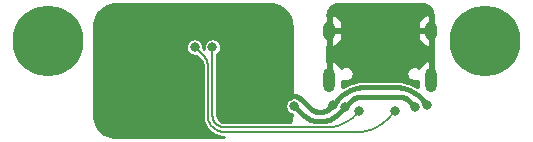
<source format=gbr>
G04 #@! TF.GenerationSoftware,KiCad,Pcbnew,(5.1.4)-1*
G04 #@! TF.CreationDate,2022-02-08T04:13:44-08:00*
G04 #@! TF.ProjectId,bushwacker2,62757368-7761-4636-9b65-72322e6b6963,rev?*
G04 #@! TF.SameCoordinates,Original*
G04 #@! TF.FileFunction,Copper,L2,Bot*
G04 #@! TF.FilePolarity,Positive*
%FSLAX46Y46*%
G04 Gerber Fmt 4.6, Leading zero omitted, Abs format (unit mm)*
G04 Created by KiCad (PCBNEW (5.1.4)-1) date 2022-02-08 04:13:44*
%MOMM*%
%LPD*%
G04 APERTURE LIST*
%ADD10O,1.000000X1.600000*%
%ADD11O,1.000000X2.100000*%
%ADD12C,6.000000*%
%ADD13C,0.800000*%
%ADD14C,0.400000*%
%ADD15C,0.200000*%
%ADD16C,0.254000*%
G04 APERTURE END LIST*
D10*
X95680000Y-102600000D03*
X104320000Y-102600000D03*
D11*
X95680000Y-106780000D03*
X104320000Y-106780000D03*
D12*
X108900000Y-103500000D03*
D13*
X111200000Y-103500000D03*
X110526346Y-105126346D03*
X108900000Y-105800000D03*
X107273654Y-105126346D03*
X106600000Y-103500000D03*
X107273654Y-101873654D03*
X108900000Y-101200000D03*
X110526346Y-101873654D03*
D12*
X71900000Y-103500000D03*
D13*
X74200000Y-103500000D03*
X73526346Y-105126346D03*
X71900000Y-105800000D03*
X70273654Y-105126346D03*
X69600000Y-103500000D03*
X70273654Y-101873654D03*
X71900000Y-101200000D03*
X73526346Y-101873654D03*
X104000000Y-108900000D03*
X96000000Y-108900000D03*
X84700000Y-105400000D03*
X83100000Y-110300000D03*
X97000000Y-109100000D03*
X103000000Y-109100000D03*
X92700000Y-109000000D03*
X84300000Y-104000000D03*
X101250000Y-109450000D03*
X85800000Y-104000000D03*
X98250000Y-109450000D03*
D14*
X94900000Y-109500000D02*
X94959230Y-109498545D01*
X94959230Y-109498545D02*
X95018318Y-109494187D01*
X95018318Y-109494187D02*
X95077120Y-109486934D01*
X95077120Y-109486934D02*
X95135496Y-109476805D01*
X95135496Y-109476805D02*
X95193304Y-109463824D01*
X95193304Y-109463824D02*
X95250405Y-109448022D01*
X95250405Y-109448022D02*
X95306663Y-109429437D01*
X95306663Y-109429437D02*
X95361941Y-109408114D01*
X95361941Y-109408114D02*
X95416106Y-109384104D01*
X95416106Y-109384104D02*
X95469027Y-109357466D01*
X95469027Y-109357466D02*
X95520578Y-109328263D01*
X95520578Y-109328263D02*
X95570634Y-109296565D01*
X95570634Y-109296565D02*
X95619074Y-109262450D01*
X95619074Y-109262450D02*
X95665782Y-109225999D01*
X95665782Y-109225999D02*
X95710645Y-109187300D01*
X95710645Y-109187300D02*
X95753554Y-109146446D01*
X95753554Y-109146446D02*
X96000000Y-108900000D01*
X94046447Y-109146446D02*
X94089358Y-109187299D01*
X94089358Y-109187299D02*
X94134221Y-109225998D01*
X94134221Y-109225998D02*
X94180928Y-109262449D01*
X94180928Y-109262449D02*
X94229368Y-109296565D01*
X94229368Y-109296565D02*
X94279424Y-109328262D01*
X94279424Y-109328262D02*
X94330975Y-109357465D01*
X94330975Y-109357465D02*
X94383896Y-109384104D01*
X94383896Y-109384104D02*
X94438061Y-109408113D01*
X94438061Y-109408113D02*
X94493339Y-109429436D01*
X94493339Y-109429436D02*
X94549596Y-109448021D01*
X94549596Y-109448021D02*
X94606698Y-109463824D01*
X94606698Y-109463824D02*
X94664506Y-109476805D01*
X94664506Y-109476805D02*
X94722881Y-109486934D01*
X94722881Y-109486934D02*
X94781683Y-109494186D01*
X94781683Y-109494186D02*
X94840771Y-109498545D01*
X94840771Y-109498545D02*
X94900000Y-109500000D01*
X92500000Y-108100000D02*
X90900000Y-108100000D01*
X92500000Y-108100000D02*
X92559230Y-108101453D01*
X92559230Y-108101453D02*
X92618318Y-108105812D01*
X92618318Y-108105812D02*
X92677120Y-108113064D01*
X92677120Y-108113064D02*
X92735496Y-108123193D01*
X92735496Y-108123193D02*
X92793304Y-108136175D01*
X92793304Y-108136175D02*
X92850405Y-108151977D01*
X92850405Y-108151977D02*
X92906663Y-108170562D01*
X92906663Y-108170562D02*
X92961941Y-108191885D01*
X92961941Y-108191885D02*
X93016106Y-108215894D01*
X93016106Y-108215894D02*
X93069027Y-108242533D01*
X93069027Y-108242533D02*
X93120578Y-108271736D01*
X93120578Y-108271736D02*
X93170634Y-108303433D01*
X93170634Y-108303433D02*
X93219074Y-108337548D01*
X93219074Y-108337548D02*
X93265782Y-108374000D01*
X93265782Y-108374000D02*
X93310645Y-108412699D01*
X93310645Y-108412699D02*
X93353554Y-108453553D01*
X93353554Y-108453553D02*
X94046447Y-109146446D01*
X96722183Y-108177817D02*
X96000000Y-108900000D01*
X96722183Y-108177817D02*
X96816586Y-108087938D01*
X96816586Y-108087938D02*
X96915284Y-108002800D01*
X96915284Y-108002800D02*
X97018041Y-107922608D01*
X97018041Y-107922608D02*
X97124609Y-107847554D01*
X97124609Y-107847554D02*
X97234732Y-107777820D01*
X97234732Y-107777820D02*
X97348143Y-107713573D01*
X97348143Y-107713573D02*
X97464571Y-107654969D01*
X97464571Y-107654969D02*
X97583733Y-107602147D01*
X97583733Y-107602147D02*
X97705344Y-107555237D01*
X97705344Y-107555237D02*
X97829111Y-107514350D01*
X97829111Y-107514350D02*
X97954734Y-107479585D01*
X97954734Y-107479585D02*
X98081912Y-107451026D01*
X98081912Y-107451026D02*
X98210338Y-107428742D01*
X98210338Y-107428742D02*
X98339703Y-107412787D01*
X98339703Y-107412787D02*
X98469695Y-107403198D01*
X98469695Y-107403198D02*
X98600000Y-107400000D01*
X103277817Y-108177817D02*
X104000000Y-108900000D01*
X103277817Y-108177817D02*
X103183414Y-108087938D01*
X103183414Y-108087938D02*
X103084716Y-108002800D01*
X103084716Y-108002800D02*
X102981959Y-107922608D01*
X102981959Y-107922608D02*
X102875391Y-107847554D01*
X102875391Y-107847554D02*
X102765268Y-107777820D01*
X102765268Y-107777820D02*
X102651857Y-107713573D01*
X102651857Y-107713573D02*
X102535429Y-107654969D01*
X102535429Y-107654969D02*
X102416267Y-107602147D01*
X102416267Y-107602147D02*
X102294656Y-107555237D01*
X102294656Y-107555237D02*
X102170889Y-107514350D01*
X102170889Y-107514350D02*
X102045266Y-107479585D01*
X102045266Y-107479585D02*
X101918088Y-107451026D01*
X101918088Y-107451026D02*
X101789662Y-107428742D01*
X101789662Y-107428742D02*
X101660297Y-107412787D01*
X101660297Y-107412787D02*
X101530305Y-107403198D01*
X101530305Y-107403198D02*
X101400000Y-107400000D01*
X101400000Y-107400000D02*
X98600000Y-107400000D01*
X84700000Y-107450000D02*
X84700000Y-105400000D01*
X84343667Y-108872565D02*
X84410263Y-108740261D01*
X83816117Y-109583883D02*
X83918252Y-109476607D01*
X84609562Y-108183257D02*
X84642015Y-108038736D01*
X84191415Y-109126581D02*
X84270659Y-109001441D01*
X84270659Y-109001441D02*
X84343667Y-108872565D01*
X84014999Y-109364450D02*
X84106127Y-109247681D01*
X84470287Y-108604849D02*
X84523594Y-108466654D01*
X84523594Y-108466654D02*
X84570057Y-108326011D01*
X84642015Y-108038736D02*
X84667338Y-107892798D01*
X84106127Y-109247681D02*
X84191415Y-109126581D01*
X83816117Y-109583883D02*
X83100000Y-110300000D01*
X84570057Y-108326011D02*
X84609562Y-108183257D01*
X83918252Y-109476607D02*
X84014999Y-109364450D01*
X84410263Y-108740261D02*
X84470287Y-108604849D01*
X84696366Y-107598074D02*
X84700000Y-107450000D01*
X84685469Y-107745792D02*
X84696366Y-107598074D01*
X84667338Y-107892798D02*
X84685469Y-107745792D01*
X96436397Y-109663603D02*
X97000000Y-109100000D01*
X96436397Y-109663603D02*
X96359159Y-109737139D01*
X96359159Y-109737139D02*
X96278406Y-109806798D01*
X96278406Y-109806798D02*
X96194332Y-109872410D01*
X96194332Y-109872410D02*
X96107140Y-109933817D01*
X96107140Y-109933817D02*
X96017040Y-109990873D01*
X96017040Y-109990873D02*
X95924248Y-110043438D01*
X95924248Y-110043438D02*
X95828989Y-110091388D01*
X95828989Y-110091388D02*
X95731493Y-110134605D01*
X95731493Y-110134605D02*
X95631993Y-110172986D01*
X95631993Y-110172986D02*
X95530729Y-110206439D01*
X95530729Y-110206439D02*
X95427946Y-110234883D01*
X95427946Y-110234883D02*
X95323891Y-110258249D01*
X95323891Y-110258249D02*
X95218816Y-110276482D01*
X95218816Y-110276482D02*
X95112972Y-110289536D01*
X95112972Y-110289536D02*
X95006614Y-110297382D01*
X95006614Y-110297382D02*
X94900000Y-110300000D01*
X93363604Y-109663603D02*
X92700000Y-109000000D01*
X93363604Y-109663603D02*
X93440843Y-109737139D01*
X93440843Y-109737139D02*
X93521596Y-109806797D01*
X93521596Y-109806797D02*
X93605670Y-109872409D01*
X93605670Y-109872409D02*
X93692862Y-109933817D01*
X93692862Y-109933817D02*
X93782962Y-109990872D01*
X93782962Y-109990872D02*
X93875753Y-110043438D01*
X93875753Y-110043438D02*
X93971012Y-110091387D01*
X93971012Y-110091387D02*
X94068509Y-110134605D01*
X94068509Y-110134605D02*
X94168009Y-110172986D01*
X94168009Y-110172986D02*
X94269272Y-110206439D01*
X94269272Y-110206439D02*
X94372055Y-110234883D01*
X94372055Y-110234883D02*
X94476110Y-110258249D01*
X94476110Y-110258249D02*
X94581186Y-110276482D01*
X94581186Y-110276482D02*
X94687030Y-110289536D01*
X94687030Y-110289536D02*
X94793387Y-110297382D01*
X94793387Y-110297382D02*
X94900000Y-110300000D01*
X98400000Y-108200000D02*
X98340771Y-108201454D01*
X98340771Y-108201454D02*
X98281683Y-108205812D01*
X98281683Y-108205812D02*
X98222881Y-108213065D01*
X98222881Y-108213065D02*
X98164506Y-108223194D01*
X98164506Y-108223194D02*
X98106698Y-108236175D01*
X98106698Y-108236175D02*
X98049596Y-108251977D01*
X98049596Y-108251977D02*
X97993339Y-108270562D01*
X97993339Y-108270562D02*
X97938061Y-108291885D01*
X97938061Y-108291885D02*
X97883896Y-108315895D01*
X97883896Y-108315895D02*
X97830975Y-108342533D01*
X97830975Y-108342533D02*
X97779424Y-108371736D01*
X97779424Y-108371736D02*
X97729368Y-108403434D01*
X97729368Y-108403434D02*
X97680928Y-108437549D01*
X97680928Y-108437549D02*
X97634221Y-108474000D01*
X97634221Y-108474000D02*
X97589358Y-108512699D01*
X97589358Y-108512699D02*
X97546447Y-108553553D01*
X97546447Y-108553553D02*
X97000000Y-109100000D01*
X102453553Y-108553553D02*
X103000000Y-109100000D01*
X102453553Y-108553553D02*
X102410642Y-108512699D01*
X102410642Y-108512699D02*
X102365780Y-108474000D01*
X102365780Y-108474000D02*
X102319072Y-108437549D01*
X102319072Y-108437549D02*
X102270632Y-108403433D01*
X102270632Y-108403433D02*
X102220576Y-108371736D01*
X102220576Y-108371736D02*
X102169025Y-108342533D01*
X102169025Y-108342533D02*
X102116104Y-108315894D01*
X102116104Y-108315894D02*
X102061939Y-108291885D01*
X102061939Y-108291885D02*
X102006661Y-108270562D01*
X102006661Y-108270562D02*
X101950404Y-108251977D01*
X101950404Y-108251977D02*
X101893302Y-108236175D01*
X101893302Y-108236175D02*
X101835494Y-108223193D01*
X101835494Y-108223193D02*
X101777119Y-108213064D01*
X101777119Y-108213064D02*
X101718317Y-108205812D01*
X101718317Y-108205812D02*
X101659229Y-108201453D01*
X101659229Y-108201453D02*
X101600000Y-108200000D01*
X101600000Y-108200000D02*
X98400000Y-108200000D01*
D15*
X86850000Y-111200000D02*
X86707876Y-111193017D01*
X86707876Y-111193017D02*
X86567120Y-111172138D01*
X86567120Y-111172138D02*
X86429088Y-111137563D01*
X86429088Y-111137563D02*
X86295110Y-111089625D01*
X86295110Y-111089625D02*
X86166475Y-111028785D01*
X86166475Y-111028785D02*
X86044424Y-110955630D01*
X86044424Y-110955630D02*
X85930130Y-110870865D01*
X85930130Y-110870865D02*
X85824696Y-110775304D01*
X85824696Y-110775304D02*
X85729135Y-110669870D01*
X85729135Y-110669870D02*
X85644370Y-110555576D01*
X85644370Y-110555576D02*
X85571215Y-110433525D01*
X85571215Y-110433525D02*
X85510375Y-110304890D01*
X85510375Y-110304890D02*
X85462437Y-110170912D01*
X85462437Y-110170912D02*
X85427862Y-110032880D01*
X85427862Y-110032880D02*
X85406983Y-109892124D01*
X85406983Y-109892124D02*
X85400000Y-109750000D01*
X85400000Y-105450000D02*
X85400000Y-109750000D01*
X85400000Y-105450000D02*
X85398983Y-105408539D01*
X85398983Y-105408539D02*
X85395932Y-105367177D01*
X85395932Y-105367177D02*
X85390855Y-105326016D01*
X85390855Y-105326016D02*
X85383765Y-105285153D01*
X85383765Y-105285153D02*
X85374678Y-105244687D01*
X85374678Y-105244687D02*
X85363617Y-105204716D01*
X85363617Y-105204716D02*
X85350607Y-105165336D01*
X85350607Y-105165336D02*
X85335681Y-105126641D01*
X85335681Y-105126641D02*
X85318874Y-105088726D01*
X85318874Y-105088726D02*
X85300227Y-105051681D01*
X85300227Y-105051681D02*
X85279785Y-105015595D01*
X85279785Y-105015595D02*
X85257597Y-104980556D01*
X85257597Y-104980556D02*
X85233716Y-104946648D01*
X85233716Y-104946648D02*
X85208201Y-104913952D01*
X85208201Y-104913952D02*
X85181111Y-104882548D01*
X85181111Y-104882548D02*
X85152513Y-104852512D01*
X85152513Y-104852512D02*
X84300000Y-104000000D01*
X98000000Y-111200000D02*
X86850000Y-111200000D01*
X98000000Y-111200000D02*
X98177690Y-111195637D01*
X98177690Y-111195637D02*
X98354952Y-111182561D01*
X98354952Y-111182561D02*
X98531359Y-111160804D01*
X98531359Y-111160804D02*
X98706485Y-111130416D01*
X98706485Y-111130416D02*
X98879910Y-111091473D01*
X98879910Y-111091473D02*
X99051214Y-111044066D01*
X99051214Y-111044066D02*
X99219987Y-110988311D01*
X99219987Y-110988311D02*
X99385820Y-110924342D01*
X99385820Y-110924342D02*
X99548314Y-110852313D01*
X99548314Y-110852313D02*
X99707079Y-110772398D01*
X99707079Y-110772398D02*
X99861731Y-110684789D01*
X99861731Y-110684789D02*
X100011897Y-110589696D01*
X100011897Y-110589696D02*
X100157217Y-110487350D01*
X100157217Y-110487350D02*
X100297341Y-110377997D01*
X100297341Y-110377997D02*
X100431929Y-110261900D01*
X100431929Y-110261900D02*
X100560660Y-110139339D01*
X100560660Y-110139339D02*
X101250000Y-109450000D01*
X85805057Y-109852917D02*
X85800000Y-109750000D01*
X85820176Y-109954844D02*
X85805057Y-109852917D01*
X86545202Y-110754787D02*
X86448183Y-110720073D01*
X86747083Y-110794943D02*
X86645156Y-110779824D01*
X86645156Y-110779824D02*
X86545202Y-110754787D01*
X85923983Y-110244966D02*
X85879927Y-110151817D01*
X86850000Y-110800000D02*
X86747083Y-110794943D01*
X85800000Y-109750000D02*
X85800000Y-104000000D01*
X86448183Y-110720073D02*
X86355034Y-110676017D01*
X86355034Y-110676017D02*
X86266652Y-110623043D01*
X86266652Y-110623043D02*
X86183888Y-110561660D01*
X86183888Y-110561660D02*
X86107538Y-110492462D01*
X86107538Y-110492462D02*
X86038340Y-110416112D01*
X86038340Y-110416112D02*
X85976957Y-110333348D01*
X85976957Y-110333348D02*
X85923983Y-110244966D01*
X85879927Y-110151817D02*
X85845213Y-110054798D01*
X85845213Y-110054798D02*
X85820176Y-109954844D01*
X97960661Y-109739339D02*
X98250000Y-109450000D01*
X97960661Y-109739339D02*
X97831931Y-109861900D01*
X97831931Y-109861900D02*
X97697343Y-109977997D01*
X97697343Y-109977997D02*
X97557219Y-110087350D01*
X97557219Y-110087350D02*
X97411899Y-110189696D01*
X97411899Y-110189696D02*
X97261732Y-110284789D01*
X97261732Y-110284789D02*
X97107080Y-110372398D01*
X97107080Y-110372398D02*
X96948315Y-110452313D01*
X96948315Y-110452313D02*
X96785820Y-110524342D01*
X96785820Y-110524342D02*
X96619987Y-110588311D01*
X96619987Y-110588311D02*
X96451215Y-110644066D01*
X96451215Y-110644066D02*
X96279910Y-110691473D01*
X96279910Y-110691473D02*
X96106485Y-110730416D01*
X96106485Y-110730416D02*
X95931359Y-110760804D01*
X95931359Y-110760804D02*
X95754952Y-110782561D01*
X95754952Y-110782561D02*
X95577690Y-110795637D01*
X95577690Y-110795637D02*
X95400000Y-110800000D01*
X95400000Y-110800000D02*
X86850000Y-110800000D01*
D16*
G36*
X103745189Y-100394376D02*
G01*
X103908850Y-100444022D01*
X104059672Y-100524638D01*
X104191870Y-100633130D01*
X104300362Y-100765328D01*
X104380978Y-100916150D01*
X104430624Y-101079811D01*
X104448000Y-101256234D01*
X104448000Y-101331325D01*
X104447000Y-101332046D01*
X104447000Y-102473000D01*
X104448000Y-102473000D01*
X104448000Y-102727000D01*
X104447000Y-102727000D01*
X104447000Y-103867954D01*
X104448000Y-103868675D01*
X104448000Y-105261325D01*
X104447000Y-105262046D01*
X104447000Y-106653000D01*
X104448000Y-106653000D01*
X104448000Y-106907000D01*
X104447000Y-106907000D01*
X104447000Y-106927000D01*
X104193000Y-106927000D01*
X104193000Y-106907000D01*
X104173000Y-106907000D01*
X104173000Y-106653000D01*
X104193000Y-106653000D01*
X104193000Y-105262046D01*
X104018126Y-105135881D01*
X103795024Y-105215724D01*
X103607236Y-105337631D01*
X103446839Y-105493831D01*
X103319997Y-105678322D01*
X103295007Y-105736462D01*
X103198838Y-105672205D01*
X103080181Y-105623056D01*
X102954216Y-105598000D01*
X102825784Y-105598000D01*
X102699819Y-105623056D01*
X102581162Y-105672205D01*
X102474374Y-105743558D01*
X102383558Y-105834374D01*
X102312205Y-105941162D01*
X102263056Y-106059819D01*
X102238000Y-106185784D01*
X102238000Y-106314216D01*
X102263056Y-106440181D01*
X102312205Y-106558838D01*
X102383558Y-106665626D01*
X102474374Y-106756442D01*
X102581162Y-106827795D01*
X102699819Y-106876944D01*
X102825784Y-106902000D01*
X102954216Y-106902000D01*
X103080181Y-106876944D01*
X103185000Y-106833527D01*
X103185000Y-107420690D01*
X103179198Y-107416162D01*
X103168270Y-107409242D01*
X103157682Y-107401785D01*
X103146413Y-107395401D01*
X103058126Y-107339494D01*
X103047545Y-107332042D01*
X103036284Y-107325663D01*
X103025344Y-107318735D01*
X103013779Y-107312914D01*
X102922853Y-107261404D01*
X102911916Y-107254479D01*
X102900358Y-107248661D01*
X102889097Y-107242282D01*
X102877259Y-107237034D01*
X102783918Y-107190052D01*
X102772655Y-107183671D01*
X102760812Y-107178421D01*
X102749253Y-107172603D01*
X102737187Y-107167949D01*
X102641634Y-107125592D01*
X102630076Y-107119774D01*
X102618012Y-107115120D01*
X102606172Y-107109872D01*
X102593870Y-107105808D01*
X102496377Y-107068201D01*
X102484540Y-107062954D01*
X102472244Y-107058892D01*
X102460171Y-107054235D01*
X102447699Y-107050784D01*
X102348467Y-107018002D01*
X102336391Y-107013344D01*
X102323915Y-107009891D01*
X102311624Y-107005831D01*
X102298997Y-107002995D01*
X102198281Y-106975123D01*
X102185985Y-106971061D01*
X102173350Y-106968224D01*
X102160881Y-106964773D01*
X102148131Y-106962561D01*
X102046152Y-106939660D01*
X102033684Y-106936210D01*
X102020940Y-106933999D01*
X102008303Y-106931161D01*
X101995448Y-106929575D01*
X101892504Y-106911713D01*
X101879856Y-106908873D01*
X101866990Y-106907286D01*
X101854258Y-106905077D01*
X101841367Y-106904126D01*
X101737627Y-106891331D01*
X101724877Y-106889119D01*
X101711968Y-106888167D01*
X101699118Y-106886582D01*
X101686175Y-106886264D01*
X101581961Y-106878577D01*
X101569107Y-106876992D01*
X101556159Y-106876674D01*
X101543263Y-106875723D01*
X101530332Y-106876040D01*
X101432329Y-106873635D01*
X101425881Y-106873000D01*
X101406452Y-106873000D01*
X101387057Y-106872524D01*
X101380604Y-106873000D01*
X98619395Y-106873000D01*
X98612943Y-106872524D01*
X98593548Y-106873000D01*
X98574119Y-106873000D01*
X98567671Y-106873635D01*
X98469667Y-106876040D01*
X98456736Y-106875723D01*
X98443840Y-106876674D01*
X98430892Y-106876992D01*
X98418038Y-106878577D01*
X98313808Y-106886266D01*
X98300881Y-106886583D01*
X98288049Y-106888166D01*
X98275123Y-106889119D01*
X98262359Y-106891334D01*
X98158638Y-106904126D01*
X98145741Y-106905077D01*
X98133005Y-106907287D01*
X98120144Y-106908873D01*
X98107499Y-106911713D01*
X98004554Y-106929575D01*
X97991696Y-106931161D01*
X97979056Y-106933999D01*
X97966316Y-106936210D01*
X97953851Y-106939659D01*
X97851871Y-106962560D01*
X97839118Y-106964773D01*
X97826645Y-106968225D01*
X97814015Y-106971061D01*
X97801722Y-106975122D01*
X97700999Y-107002997D01*
X97688377Y-107005831D01*
X97676091Y-107009890D01*
X97663609Y-107013344D01*
X97651530Y-107018003D01*
X97552303Y-107050783D01*
X97539829Y-107054235D01*
X97527756Y-107058892D01*
X97515460Y-107062954D01*
X97503623Y-107068201D01*
X97406131Y-107105807D01*
X97393828Y-107109872D01*
X97381988Y-107115120D01*
X97369924Y-107119774D01*
X97358367Y-107125591D01*
X97262813Y-107167949D01*
X97250747Y-107172603D01*
X97239188Y-107178421D01*
X97227345Y-107183671D01*
X97216082Y-107190052D01*
X97122735Y-107237037D01*
X97110904Y-107242282D01*
X97099650Y-107248657D01*
X97088084Y-107254479D01*
X97077141Y-107261409D01*
X96986210Y-107312920D01*
X96974656Y-107318736D01*
X96963729Y-107325655D01*
X96952455Y-107332042D01*
X96941863Y-107339502D01*
X96853597Y-107395395D01*
X96842317Y-107401785D01*
X96831721Y-107409248D01*
X96820802Y-107416162D01*
X96815000Y-107420690D01*
X96815000Y-106833527D01*
X96919819Y-106876944D01*
X97045784Y-106902000D01*
X97174216Y-106902000D01*
X97300181Y-106876944D01*
X97418838Y-106827795D01*
X97525626Y-106756442D01*
X97616442Y-106665626D01*
X97687795Y-106558838D01*
X97736944Y-106440181D01*
X97762000Y-106314216D01*
X97762000Y-106185784D01*
X97736944Y-106059819D01*
X97687795Y-105941162D01*
X97616442Y-105834374D01*
X97525626Y-105743558D01*
X97418838Y-105672205D01*
X97300181Y-105623056D01*
X97174216Y-105598000D01*
X97045784Y-105598000D01*
X96919819Y-105623056D01*
X96801162Y-105672205D01*
X96704993Y-105736462D01*
X96680003Y-105678322D01*
X96553161Y-105493831D01*
X96392764Y-105337631D01*
X96204976Y-105215724D01*
X95981874Y-105135881D01*
X95807000Y-105262046D01*
X95807000Y-106653000D01*
X95827000Y-106653000D01*
X95827000Y-106907000D01*
X95807000Y-106907000D01*
X95807000Y-106927000D01*
X95553000Y-106927000D01*
X95553000Y-106907000D01*
X95552000Y-106907000D01*
X95552000Y-106653000D01*
X95553000Y-106653000D01*
X95553000Y-105262046D01*
X95552000Y-105261325D01*
X95552000Y-103868675D01*
X95553000Y-103867954D01*
X95553000Y-102727000D01*
X95807000Y-102727000D01*
X95807000Y-103867954D01*
X95981874Y-103994119D01*
X96204976Y-103914276D01*
X96392764Y-103792369D01*
X96553161Y-103636169D01*
X96680003Y-103451678D01*
X96768415Y-103245987D01*
X96815000Y-103027000D01*
X96815000Y-102727000D01*
X103185000Y-102727000D01*
X103185000Y-103027000D01*
X103231585Y-103245987D01*
X103319997Y-103451678D01*
X103446839Y-103636169D01*
X103607236Y-103792369D01*
X103795024Y-103914276D01*
X104018126Y-103994119D01*
X104193000Y-103867954D01*
X104193000Y-102727000D01*
X103185000Y-102727000D01*
X96815000Y-102727000D01*
X95807000Y-102727000D01*
X95553000Y-102727000D01*
X95552000Y-102727000D01*
X95552000Y-102473000D01*
X95553000Y-102473000D01*
X95553000Y-101332046D01*
X95807000Y-101332046D01*
X95807000Y-102473000D01*
X96815000Y-102473000D01*
X96815000Y-102173000D01*
X103185000Y-102173000D01*
X103185000Y-102473000D01*
X104193000Y-102473000D01*
X104193000Y-101332046D01*
X104018126Y-101205881D01*
X103795024Y-101285724D01*
X103607236Y-101407631D01*
X103446839Y-101563831D01*
X103319997Y-101748322D01*
X103231585Y-101954013D01*
X103185000Y-102173000D01*
X96815000Y-102173000D01*
X96768415Y-101954013D01*
X96680003Y-101748322D01*
X96553161Y-101563831D01*
X96392764Y-101407631D01*
X96204976Y-101285724D01*
X95981874Y-101205881D01*
X95807000Y-101332046D01*
X95553000Y-101332046D01*
X95552000Y-101331325D01*
X95552000Y-101256234D01*
X95569376Y-101079811D01*
X95619022Y-100916150D01*
X95699638Y-100765328D01*
X95808130Y-100633130D01*
X95940328Y-100524638D01*
X96091150Y-100444022D01*
X96254811Y-100394376D01*
X96431234Y-100377000D01*
X103568766Y-100377000D01*
X103745189Y-100394376D01*
X103745189Y-100394376D01*
G37*
X103745189Y-100394376D02*
X103908850Y-100444022D01*
X104059672Y-100524638D01*
X104191870Y-100633130D01*
X104300362Y-100765328D01*
X104380978Y-100916150D01*
X104430624Y-101079811D01*
X104448000Y-101256234D01*
X104448000Y-101331325D01*
X104447000Y-101332046D01*
X104447000Y-102473000D01*
X104448000Y-102473000D01*
X104448000Y-102727000D01*
X104447000Y-102727000D01*
X104447000Y-103867954D01*
X104448000Y-103868675D01*
X104448000Y-105261325D01*
X104447000Y-105262046D01*
X104447000Y-106653000D01*
X104448000Y-106653000D01*
X104448000Y-106907000D01*
X104447000Y-106907000D01*
X104447000Y-106927000D01*
X104193000Y-106927000D01*
X104193000Y-106907000D01*
X104173000Y-106907000D01*
X104173000Y-106653000D01*
X104193000Y-106653000D01*
X104193000Y-105262046D01*
X104018126Y-105135881D01*
X103795024Y-105215724D01*
X103607236Y-105337631D01*
X103446839Y-105493831D01*
X103319997Y-105678322D01*
X103295007Y-105736462D01*
X103198838Y-105672205D01*
X103080181Y-105623056D01*
X102954216Y-105598000D01*
X102825784Y-105598000D01*
X102699819Y-105623056D01*
X102581162Y-105672205D01*
X102474374Y-105743558D01*
X102383558Y-105834374D01*
X102312205Y-105941162D01*
X102263056Y-106059819D01*
X102238000Y-106185784D01*
X102238000Y-106314216D01*
X102263056Y-106440181D01*
X102312205Y-106558838D01*
X102383558Y-106665626D01*
X102474374Y-106756442D01*
X102581162Y-106827795D01*
X102699819Y-106876944D01*
X102825784Y-106902000D01*
X102954216Y-106902000D01*
X103080181Y-106876944D01*
X103185000Y-106833527D01*
X103185000Y-107420690D01*
X103179198Y-107416162D01*
X103168270Y-107409242D01*
X103157682Y-107401785D01*
X103146413Y-107395401D01*
X103058126Y-107339494D01*
X103047545Y-107332042D01*
X103036284Y-107325663D01*
X103025344Y-107318735D01*
X103013779Y-107312914D01*
X102922853Y-107261404D01*
X102911916Y-107254479D01*
X102900358Y-107248661D01*
X102889097Y-107242282D01*
X102877259Y-107237034D01*
X102783918Y-107190052D01*
X102772655Y-107183671D01*
X102760812Y-107178421D01*
X102749253Y-107172603D01*
X102737187Y-107167949D01*
X102641634Y-107125592D01*
X102630076Y-107119774D01*
X102618012Y-107115120D01*
X102606172Y-107109872D01*
X102593870Y-107105808D01*
X102496377Y-107068201D01*
X102484540Y-107062954D01*
X102472244Y-107058892D01*
X102460171Y-107054235D01*
X102447699Y-107050784D01*
X102348467Y-107018002D01*
X102336391Y-107013344D01*
X102323915Y-107009891D01*
X102311624Y-107005831D01*
X102298997Y-107002995D01*
X102198281Y-106975123D01*
X102185985Y-106971061D01*
X102173350Y-106968224D01*
X102160881Y-106964773D01*
X102148131Y-106962561D01*
X102046152Y-106939660D01*
X102033684Y-106936210D01*
X102020940Y-106933999D01*
X102008303Y-106931161D01*
X101995448Y-106929575D01*
X101892504Y-106911713D01*
X101879856Y-106908873D01*
X101866990Y-106907286D01*
X101854258Y-106905077D01*
X101841367Y-106904126D01*
X101737627Y-106891331D01*
X101724877Y-106889119D01*
X101711968Y-106888167D01*
X101699118Y-106886582D01*
X101686175Y-106886264D01*
X101581961Y-106878577D01*
X101569107Y-106876992D01*
X101556159Y-106876674D01*
X101543263Y-106875723D01*
X101530332Y-106876040D01*
X101432329Y-106873635D01*
X101425881Y-106873000D01*
X101406452Y-106873000D01*
X101387057Y-106872524D01*
X101380604Y-106873000D01*
X98619395Y-106873000D01*
X98612943Y-106872524D01*
X98593548Y-106873000D01*
X98574119Y-106873000D01*
X98567671Y-106873635D01*
X98469667Y-106876040D01*
X98456736Y-106875723D01*
X98443840Y-106876674D01*
X98430892Y-106876992D01*
X98418038Y-106878577D01*
X98313808Y-106886266D01*
X98300881Y-106886583D01*
X98288049Y-106888166D01*
X98275123Y-106889119D01*
X98262359Y-106891334D01*
X98158638Y-106904126D01*
X98145741Y-106905077D01*
X98133005Y-106907287D01*
X98120144Y-106908873D01*
X98107499Y-106911713D01*
X98004554Y-106929575D01*
X97991696Y-106931161D01*
X97979056Y-106933999D01*
X97966316Y-106936210D01*
X97953851Y-106939659D01*
X97851871Y-106962560D01*
X97839118Y-106964773D01*
X97826645Y-106968225D01*
X97814015Y-106971061D01*
X97801722Y-106975122D01*
X97700999Y-107002997D01*
X97688377Y-107005831D01*
X97676091Y-107009890D01*
X97663609Y-107013344D01*
X97651530Y-107018003D01*
X97552303Y-107050783D01*
X97539829Y-107054235D01*
X97527756Y-107058892D01*
X97515460Y-107062954D01*
X97503623Y-107068201D01*
X97406131Y-107105807D01*
X97393828Y-107109872D01*
X97381988Y-107115120D01*
X97369924Y-107119774D01*
X97358367Y-107125591D01*
X97262813Y-107167949D01*
X97250747Y-107172603D01*
X97239188Y-107178421D01*
X97227345Y-107183671D01*
X97216082Y-107190052D01*
X97122735Y-107237037D01*
X97110904Y-107242282D01*
X97099650Y-107248657D01*
X97088084Y-107254479D01*
X97077141Y-107261409D01*
X96986210Y-107312920D01*
X96974656Y-107318736D01*
X96963729Y-107325655D01*
X96952455Y-107332042D01*
X96941863Y-107339502D01*
X96853597Y-107395395D01*
X96842317Y-107401785D01*
X96831721Y-107409248D01*
X96820802Y-107416162D01*
X96815000Y-107420690D01*
X96815000Y-106833527D01*
X96919819Y-106876944D01*
X97045784Y-106902000D01*
X97174216Y-106902000D01*
X97300181Y-106876944D01*
X97418838Y-106827795D01*
X97525626Y-106756442D01*
X97616442Y-106665626D01*
X97687795Y-106558838D01*
X97736944Y-106440181D01*
X97762000Y-106314216D01*
X97762000Y-106185784D01*
X97736944Y-106059819D01*
X97687795Y-105941162D01*
X97616442Y-105834374D01*
X97525626Y-105743558D01*
X97418838Y-105672205D01*
X97300181Y-105623056D01*
X97174216Y-105598000D01*
X97045784Y-105598000D01*
X96919819Y-105623056D01*
X96801162Y-105672205D01*
X96704993Y-105736462D01*
X96680003Y-105678322D01*
X96553161Y-105493831D01*
X96392764Y-105337631D01*
X96204976Y-105215724D01*
X95981874Y-105135881D01*
X95807000Y-105262046D01*
X95807000Y-106653000D01*
X95827000Y-106653000D01*
X95827000Y-106907000D01*
X95807000Y-106907000D01*
X95807000Y-106927000D01*
X95553000Y-106927000D01*
X95553000Y-106907000D01*
X95552000Y-106907000D01*
X95552000Y-106653000D01*
X95553000Y-106653000D01*
X95553000Y-105262046D01*
X95552000Y-105261325D01*
X95552000Y-103868675D01*
X95553000Y-103867954D01*
X95553000Y-102727000D01*
X95807000Y-102727000D01*
X95807000Y-103867954D01*
X95981874Y-103994119D01*
X96204976Y-103914276D01*
X96392764Y-103792369D01*
X96553161Y-103636169D01*
X96680003Y-103451678D01*
X96768415Y-103245987D01*
X96815000Y-103027000D01*
X96815000Y-102727000D01*
X103185000Y-102727000D01*
X103185000Y-103027000D01*
X103231585Y-103245987D01*
X103319997Y-103451678D01*
X103446839Y-103636169D01*
X103607236Y-103792369D01*
X103795024Y-103914276D01*
X104018126Y-103994119D01*
X104193000Y-103867954D01*
X104193000Y-102727000D01*
X103185000Y-102727000D01*
X96815000Y-102727000D01*
X95807000Y-102727000D01*
X95553000Y-102727000D01*
X95552000Y-102727000D01*
X95552000Y-102473000D01*
X95553000Y-102473000D01*
X95553000Y-101332046D01*
X95807000Y-101332046D01*
X95807000Y-102473000D01*
X96815000Y-102473000D01*
X96815000Y-102173000D01*
X103185000Y-102173000D01*
X103185000Y-102473000D01*
X104193000Y-102473000D01*
X104193000Y-101332046D01*
X104018126Y-101205881D01*
X103795024Y-101285724D01*
X103607236Y-101407631D01*
X103446839Y-101563831D01*
X103319997Y-101748322D01*
X103231585Y-101954013D01*
X103185000Y-102173000D01*
X96815000Y-102173000D01*
X96768415Y-101954013D01*
X96680003Y-101748322D01*
X96553161Y-101563831D01*
X96392764Y-101407631D01*
X96204976Y-101285724D01*
X95981874Y-101205881D01*
X95807000Y-101332046D01*
X95553000Y-101332046D01*
X95552000Y-101331325D01*
X95552000Y-101256234D01*
X95569376Y-101079811D01*
X95619022Y-100916150D01*
X95699638Y-100765328D01*
X95808130Y-100633130D01*
X95940328Y-100524638D01*
X96091150Y-100444022D01*
X96254811Y-100394376D01*
X96431234Y-100377000D01*
X103568766Y-100377000D01*
X103745189Y-100394376D01*
G36*
X90916504Y-100396385D02*
G01*
X91177593Y-100453181D01*
X91427940Y-100546556D01*
X91662445Y-100674605D01*
X91876338Y-100834724D01*
X92065276Y-101023662D01*
X92225395Y-101237555D01*
X92353444Y-101472060D01*
X92446819Y-101722407D01*
X92503615Y-101983496D01*
X92523000Y-102254530D01*
X92523000Y-108293965D01*
X92487942Y-108300938D01*
X92355636Y-108355741D01*
X92236564Y-108435302D01*
X92135302Y-108536564D01*
X92055741Y-108655636D01*
X92000938Y-108787942D01*
X91973000Y-108928397D01*
X91973000Y-109071603D01*
X92000938Y-109212058D01*
X92055741Y-109344364D01*
X92135302Y-109463436D01*
X92236564Y-109564698D01*
X92355636Y-109644259D01*
X92487942Y-109699062D01*
X92523000Y-109706035D01*
X92523000Y-109745470D01*
X92503615Y-110016504D01*
X92446819Y-110277593D01*
X92411234Y-110373000D01*
X86860469Y-110373000D01*
X86788983Y-110369487D01*
X86728561Y-110360524D01*
X86669306Y-110345682D01*
X86611784Y-110325100D01*
X86556568Y-110298986D01*
X86504165Y-110267577D01*
X86455098Y-110231185D01*
X86409837Y-110190163D01*
X86368812Y-110144899D01*
X86332423Y-110095836D01*
X86301017Y-110043437D01*
X86274898Y-109988214D01*
X86254320Y-109930703D01*
X86239476Y-109871440D01*
X86230512Y-109811008D01*
X86227000Y-109739535D01*
X86227000Y-104589044D01*
X86263436Y-104564698D01*
X86364698Y-104463436D01*
X86444259Y-104344364D01*
X86499062Y-104212058D01*
X86527000Y-104071603D01*
X86527000Y-103928397D01*
X86499062Y-103787942D01*
X86444259Y-103655636D01*
X86364698Y-103536564D01*
X86263436Y-103435302D01*
X86144364Y-103355741D01*
X86012058Y-103300938D01*
X85871603Y-103273000D01*
X85728397Y-103273000D01*
X85587942Y-103300938D01*
X85455636Y-103355741D01*
X85336564Y-103435302D01*
X85235302Y-103536564D01*
X85155741Y-103655636D01*
X85100938Y-103787942D01*
X85073000Y-103928397D01*
X85073000Y-104071603D01*
X85097216Y-104193347D01*
X85018451Y-104114582D01*
X85027000Y-104071603D01*
X85027000Y-103928397D01*
X84999062Y-103787942D01*
X84944259Y-103655636D01*
X84864698Y-103536564D01*
X84763436Y-103435302D01*
X84644364Y-103355741D01*
X84512058Y-103300938D01*
X84371603Y-103273000D01*
X84228397Y-103273000D01*
X84087942Y-103300938D01*
X83955636Y-103355741D01*
X83836564Y-103435302D01*
X83735302Y-103536564D01*
X83655741Y-103655636D01*
X83600938Y-103787942D01*
X83573000Y-103928397D01*
X83573000Y-104071603D01*
X83600938Y-104212058D01*
X83655741Y-104344364D01*
X83735302Y-104463436D01*
X83836564Y-104564698D01*
X83955636Y-104644259D01*
X84087942Y-104699062D01*
X84228397Y-104727000D01*
X84371603Y-104727000D01*
X84414582Y-104718451D01*
X84846884Y-105150752D01*
X84864643Y-105169404D01*
X84878022Y-105184914D01*
X84890646Y-105201091D01*
X84902449Y-105217849D01*
X84913420Y-105235174D01*
X84923536Y-105253031D01*
X84932755Y-105271347D01*
X84941065Y-105290094D01*
X84948447Y-105309230D01*
X84954884Y-105328714D01*
X84960347Y-105348456D01*
X84964845Y-105368489D01*
X84968349Y-105388682D01*
X84970861Y-105409045D01*
X84972368Y-105429481D01*
X84973000Y-105455230D01*
X84973001Y-109739498D01*
X84972485Y-109750001D01*
X84973001Y-109760503D01*
X84973001Y-109770978D01*
X84974028Y-109781406D01*
X84981527Y-109934030D01*
X84990776Y-109996381D01*
X84999313Y-110053932D01*
X85000438Y-110061517D01*
X85008562Y-110116284D01*
X85023877Y-110177427D01*
X85023879Y-110177431D01*
X85038015Y-110233866D01*
X85038015Y-110233868D01*
X85043785Y-110256902D01*
X85053331Y-110295012D01*
X85074454Y-110354047D01*
X85115403Y-110468493D01*
X85142353Y-110525474D01*
X85194181Y-110635055D01*
X85226587Y-110689120D01*
X85288906Y-110793092D01*
X85326102Y-110843245D01*
X85361112Y-110890451D01*
X85361114Y-110890456D01*
X85386387Y-110924532D01*
X85398573Y-110940962D01*
X85398663Y-110941084D01*
X85410473Y-110954114D01*
X85440990Y-110987785D01*
X85440993Y-110987787D01*
X85480064Y-111030895D01*
X85480065Y-111030896D01*
X85509967Y-111063887D01*
X85522400Y-111077605D01*
X85531748Y-111086077D01*
X85612213Y-111159007D01*
X85612215Y-111159010D01*
X85634502Y-111179209D01*
X85658916Y-111201337D01*
X85709544Y-111238886D01*
X85709550Y-111238889D01*
X85756279Y-111273545D01*
X85756280Y-111273546D01*
X85806908Y-111311094D01*
X85964946Y-111405819D01*
X86021927Y-111432769D01*
X86021928Y-111432769D01*
X86074523Y-111457645D01*
X86074526Y-111457647D01*
X86131507Y-111484597D01*
X86304987Y-111546669D01*
X86366131Y-111561985D01*
X86366133Y-111561985D01*
X86422570Y-111576122D01*
X86422573Y-111576123D01*
X86483716Y-111591438D01*
X86510583Y-111595423D01*
X86546067Y-111600687D01*
X86546068Y-111600687D01*
X86603618Y-111609224D01*
X86603619Y-111609224D01*
X86665969Y-111618473D01*
X86758119Y-111623000D01*
X77654530Y-111623000D01*
X77383496Y-111603615D01*
X77122407Y-111546819D01*
X76872060Y-111453444D01*
X76637555Y-111325395D01*
X76423662Y-111165276D01*
X76234724Y-110976338D01*
X76074605Y-110762445D01*
X75946556Y-110527940D01*
X75853181Y-110277593D01*
X75796385Y-110016504D01*
X75777000Y-109745470D01*
X75777000Y-102254530D01*
X75796385Y-101983496D01*
X75853181Y-101722407D01*
X75946556Y-101472060D01*
X76074605Y-101237555D01*
X76234724Y-101023662D01*
X76423662Y-100834724D01*
X76637555Y-100674605D01*
X76872060Y-100546556D01*
X77122407Y-100453181D01*
X77383496Y-100396385D01*
X77654530Y-100377000D01*
X90645470Y-100377000D01*
X90916504Y-100396385D01*
X90916504Y-100396385D01*
G37*
X90916504Y-100396385D02*
X91177593Y-100453181D01*
X91427940Y-100546556D01*
X91662445Y-100674605D01*
X91876338Y-100834724D01*
X92065276Y-101023662D01*
X92225395Y-101237555D01*
X92353444Y-101472060D01*
X92446819Y-101722407D01*
X92503615Y-101983496D01*
X92523000Y-102254530D01*
X92523000Y-108293965D01*
X92487942Y-108300938D01*
X92355636Y-108355741D01*
X92236564Y-108435302D01*
X92135302Y-108536564D01*
X92055741Y-108655636D01*
X92000938Y-108787942D01*
X91973000Y-108928397D01*
X91973000Y-109071603D01*
X92000938Y-109212058D01*
X92055741Y-109344364D01*
X92135302Y-109463436D01*
X92236564Y-109564698D01*
X92355636Y-109644259D01*
X92487942Y-109699062D01*
X92523000Y-109706035D01*
X92523000Y-109745470D01*
X92503615Y-110016504D01*
X92446819Y-110277593D01*
X92411234Y-110373000D01*
X86860469Y-110373000D01*
X86788983Y-110369487D01*
X86728561Y-110360524D01*
X86669306Y-110345682D01*
X86611784Y-110325100D01*
X86556568Y-110298986D01*
X86504165Y-110267577D01*
X86455098Y-110231185D01*
X86409837Y-110190163D01*
X86368812Y-110144899D01*
X86332423Y-110095836D01*
X86301017Y-110043437D01*
X86274898Y-109988214D01*
X86254320Y-109930703D01*
X86239476Y-109871440D01*
X86230512Y-109811008D01*
X86227000Y-109739535D01*
X86227000Y-104589044D01*
X86263436Y-104564698D01*
X86364698Y-104463436D01*
X86444259Y-104344364D01*
X86499062Y-104212058D01*
X86527000Y-104071603D01*
X86527000Y-103928397D01*
X86499062Y-103787942D01*
X86444259Y-103655636D01*
X86364698Y-103536564D01*
X86263436Y-103435302D01*
X86144364Y-103355741D01*
X86012058Y-103300938D01*
X85871603Y-103273000D01*
X85728397Y-103273000D01*
X85587942Y-103300938D01*
X85455636Y-103355741D01*
X85336564Y-103435302D01*
X85235302Y-103536564D01*
X85155741Y-103655636D01*
X85100938Y-103787942D01*
X85073000Y-103928397D01*
X85073000Y-104071603D01*
X85097216Y-104193347D01*
X85018451Y-104114582D01*
X85027000Y-104071603D01*
X85027000Y-103928397D01*
X84999062Y-103787942D01*
X84944259Y-103655636D01*
X84864698Y-103536564D01*
X84763436Y-103435302D01*
X84644364Y-103355741D01*
X84512058Y-103300938D01*
X84371603Y-103273000D01*
X84228397Y-103273000D01*
X84087942Y-103300938D01*
X83955636Y-103355741D01*
X83836564Y-103435302D01*
X83735302Y-103536564D01*
X83655741Y-103655636D01*
X83600938Y-103787942D01*
X83573000Y-103928397D01*
X83573000Y-104071603D01*
X83600938Y-104212058D01*
X83655741Y-104344364D01*
X83735302Y-104463436D01*
X83836564Y-104564698D01*
X83955636Y-104644259D01*
X84087942Y-104699062D01*
X84228397Y-104727000D01*
X84371603Y-104727000D01*
X84414582Y-104718451D01*
X84846884Y-105150752D01*
X84864643Y-105169404D01*
X84878022Y-105184914D01*
X84890646Y-105201091D01*
X84902449Y-105217849D01*
X84913420Y-105235174D01*
X84923536Y-105253031D01*
X84932755Y-105271347D01*
X84941065Y-105290094D01*
X84948447Y-105309230D01*
X84954884Y-105328714D01*
X84960347Y-105348456D01*
X84964845Y-105368489D01*
X84968349Y-105388682D01*
X84970861Y-105409045D01*
X84972368Y-105429481D01*
X84973000Y-105455230D01*
X84973001Y-109739498D01*
X84972485Y-109750001D01*
X84973001Y-109760503D01*
X84973001Y-109770978D01*
X84974028Y-109781406D01*
X84981527Y-109934030D01*
X84990776Y-109996381D01*
X84999313Y-110053932D01*
X85000438Y-110061517D01*
X85008562Y-110116284D01*
X85023877Y-110177427D01*
X85023879Y-110177431D01*
X85038015Y-110233866D01*
X85038015Y-110233868D01*
X85043785Y-110256902D01*
X85053331Y-110295012D01*
X85074454Y-110354047D01*
X85115403Y-110468493D01*
X85142353Y-110525474D01*
X85194181Y-110635055D01*
X85226587Y-110689120D01*
X85288906Y-110793092D01*
X85326102Y-110843245D01*
X85361112Y-110890451D01*
X85361114Y-110890456D01*
X85386387Y-110924532D01*
X85398573Y-110940962D01*
X85398663Y-110941084D01*
X85410473Y-110954114D01*
X85440990Y-110987785D01*
X85440993Y-110987787D01*
X85480064Y-111030895D01*
X85480065Y-111030896D01*
X85509967Y-111063887D01*
X85522400Y-111077605D01*
X85531748Y-111086077D01*
X85612213Y-111159007D01*
X85612215Y-111159010D01*
X85634502Y-111179209D01*
X85658916Y-111201337D01*
X85709544Y-111238886D01*
X85709550Y-111238889D01*
X85756279Y-111273545D01*
X85756280Y-111273546D01*
X85806908Y-111311094D01*
X85964946Y-111405819D01*
X86021927Y-111432769D01*
X86021928Y-111432769D01*
X86074523Y-111457645D01*
X86074526Y-111457647D01*
X86131507Y-111484597D01*
X86304987Y-111546669D01*
X86366131Y-111561985D01*
X86366133Y-111561985D01*
X86422570Y-111576122D01*
X86422573Y-111576123D01*
X86483716Y-111591438D01*
X86510583Y-111595423D01*
X86546067Y-111600687D01*
X86546068Y-111600687D01*
X86603618Y-111609224D01*
X86603619Y-111609224D01*
X86665969Y-111618473D01*
X86758119Y-111623000D01*
X77654530Y-111623000D01*
X77383496Y-111603615D01*
X77122407Y-111546819D01*
X76872060Y-111453444D01*
X76637555Y-111325395D01*
X76423662Y-111165276D01*
X76234724Y-110976338D01*
X76074605Y-110762445D01*
X75946556Y-110527940D01*
X75853181Y-110277593D01*
X75796385Y-110016504D01*
X75777000Y-109745470D01*
X75777000Y-102254530D01*
X75796385Y-101983496D01*
X75853181Y-101722407D01*
X75946556Y-101472060D01*
X76074605Y-101237555D01*
X76234724Y-101023662D01*
X76423662Y-100834724D01*
X76637555Y-100674605D01*
X76872060Y-100546556D01*
X77122407Y-100453181D01*
X77383496Y-100396385D01*
X77654530Y-100377000D01*
X90645470Y-100377000D01*
X90916504Y-100396385D01*
M02*

</source>
